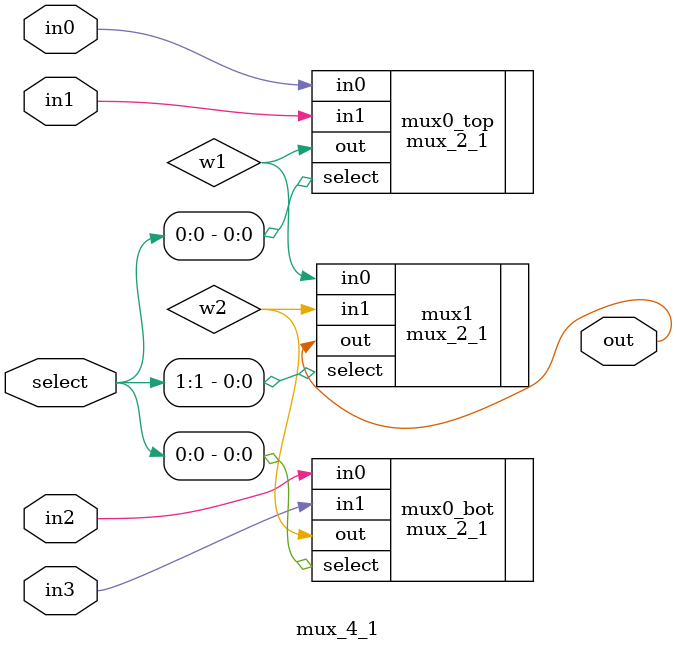
<source format=v>
module mux_4_1(out, select, in0, in1, in2, in3);
    output out;
    input [1:0] select;
    input in0, in1, in2, in3;
    wire w1, w2;

    mux_2_1 mux0_top(.out(w1), .select(select[0]), .in0(in0), .in1(in1));
    mux_2_1 mux0_bot(.out(w2), .select(select[0]), .in0(in2), .in1(in3));
    mux_2_1 mux1(.out(out), .select(select[1]), .in0(w1), .in1(w2));

endmodule

</source>
